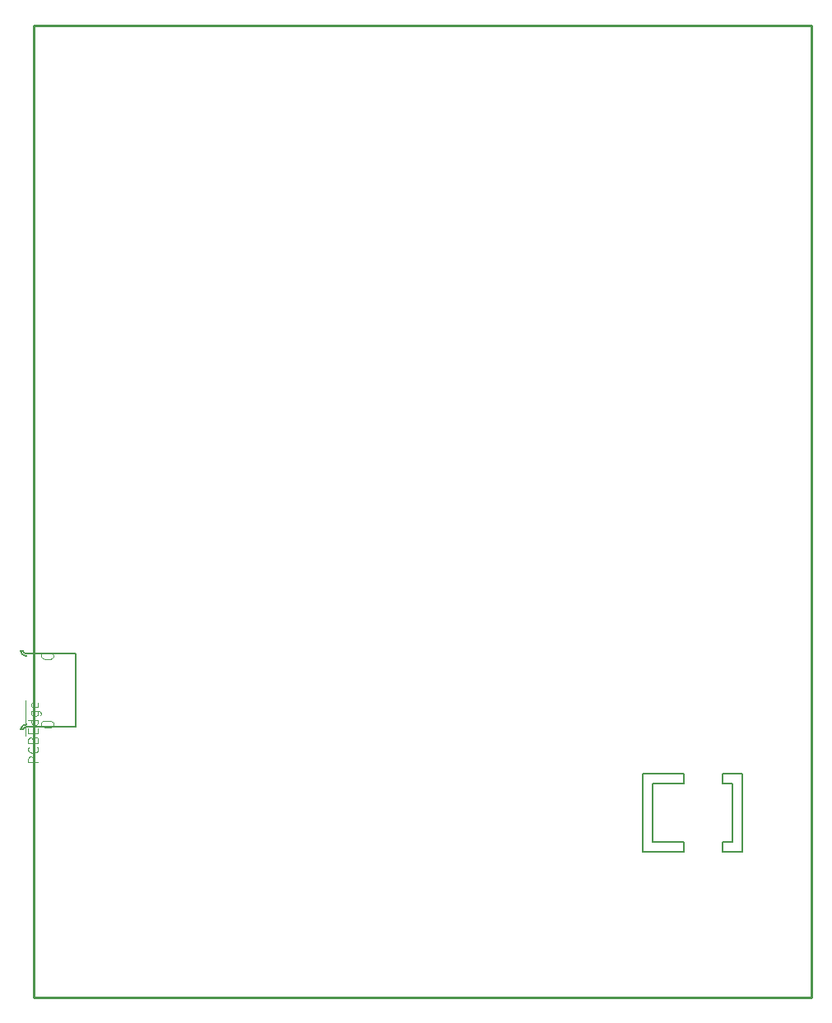
<source format=gbr>
G04 #@! TF.GenerationSoftware,KiCad,Pcbnew,5.1.5+dfsg1-2build2*
G04 #@! TF.CreationDate,2021-09-29T14:40:33+01:00*
G04 #@! TF.ProjectId,OSM_env01,4f534d5f-656e-4763-9031-2e6b69636164,B*
G04 #@! TF.SameCoordinates,Original*
G04 #@! TF.FileFunction,Other,ECO2*
%FSLAX46Y46*%
G04 Gerber Fmt 4.6, Leading zero omitted, Abs format (unit mm)*
G04 Created by KiCad (PCBNEW 5.1.5+dfsg1-2build2) date 2021-09-29 14:40:33*
%MOMM*%
%LPD*%
G04 APERTURE LIST*
%ADD10C,0.150000*%
%ADD11C,0.254000*%
%ADD12C,0.100000*%
%ADD13C,0.127000*%
%ADD14C,0.050000*%
G04 APERTURE END LIST*
D10*
X155600000Y-113200000D02*
X155600000Y-105200000D01*
X153600000Y-105200000D02*
X155600000Y-105200000D01*
X153600000Y-113200000D02*
X153600000Y-112200000D01*
X153600000Y-113200000D02*
X155600000Y-113200000D01*
X145400000Y-113200000D02*
X145400000Y-105200000D01*
X153600000Y-106200000D02*
X153600000Y-105200000D01*
X149600000Y-106200000D02*
X149600000Y-105200000D01*
X149600000Y-113200000D02*
X145400000Y-113200000D01*
X149600000Y-112200000D02*
X149600000Y-113200000D01*
X147400000Y-112200000D02*
X149600000Y-112200000D01*
X147400000Y-106200000D02*
X149600000Y-106200000D01*
X146400000Y-106200000D02*
X147400000Y-106200000D01*
X146400000Y-112200000D02*
X146400000Y-106200000D01*
X147400000Y-112200000D02*
X146400000Y-112200000D01*
X149600000Y-105200000D02*
X145400000Y-105200000D01*
X153600000Y-112200000D02*
X154600000Y-112200000D01*
X153600000Y-106200000D02*
X154600000Y-106200000D01*
X154600000Y-112200000D02*
X154600000Y-106200000D01*
D11*
X162700000Y-128200000D02*
X162700000Y-28200000D01*
X82700000Y-128200000D02*
X82700000Y-28200000D01*
X82700000Y-28200000D02*
X162700000Y-28200000D01*
X82700000Y-128200000D02*
X162700000Y-128200000D01*
D12*
X84500000Y-92800000D02*
G75*
G02X84500000Y-93400000I0J-300000D01*
G01*
X83800000Y-92800000D02*
X84500000Y-92800000D01*
X84500000Y-93400000D02*
X83800000Y-93400000D01*
X83800000Y-93400000D02*
G75*
G02X83800000Y-92800000I0J300000D01*
G01*
X84500000Y-99800000D02*
G75*
G02X84500000Y-100400000I0J-300000D01*
G01*
X83800000Y-99800000D02*
X84500000Y-99800000D01*
X84500000Y-100400000D02*
X83800000Y-100400000D01*
X83800000Y-100400000D02*
G75*
G02X83800000Y-99800000I0J300000D01*
G01*
D13*
X82000000Y-100350000D02*
X87000000Y-100350000D01*
X87000000Y-100350000D02*
X87000000Y-92850000D01*
X87000000Y-92850000D02*
X82000000Y-92850000D01*
X82700000Y-91900000D02*
X82700000Y-101450000D01*
X81999973Y-92850002D02*
G75*
G02X81600000Y-92550000I-28943J378042D01*
G01*
X81600000Y-92550000D02*
X81350000Y-92550000D01*
X81349998Y-92550002D02*
G75*
G03X82000000Y-93100000I652732J112322D01*
G01*
X81999973Y-100349998D02*
G75*
G03X81600000Y-100650000I-28943J-378042D01*
G01*
X81600000Y-100650000D02*
X81350000Y-100650000D01*
X81349998Y-100649998D02*
G75*
G02X82000000Y-100100000I652732J-112322D01*
G01*
D14*
X83149820Y-104005299D02*
X82149820Y-104005299D01*
X82149820Y-103624346D01*
X82197440Y-103529108D01*
X82245059Y-103481489D01*
X82340297Y-103433870D01*
X82483154Y-103433870D01*
X82578392Y-103481489D01*
X82626011Y-103529108D01*
X82673630Y-103624346D01*
X82673630Y-104005299D01*
X83054582Y-102433870D02*
X83102201Y-102481489D01*
X83149820Y-102624346D01*
X83149820Y-102719584D01*
X83102201Y-102862441D01*
X83006963Y-102957680D01*
X82911725Y-103005299D01*
X82721249Y-103052918D01*
X82578392Y-103052918D01*
X82387916Y-103005299D01*
X82292678Y-102957680D01*
X82197440Y-102862441D01*
X82149820Y-102719584D01*
X82149820Y-102624346D01*
X82197440Y-102481489D01*
X82245059Y-102433870D01*
X82626011Y-101671965D02*
X82673630Y-101529108D01*
X82721249Y-101481489D01*
X82816487Y-101433870D01*
X82959344Y-101433870D01*
X83054582Y-101481489D01*
X83102201Y-101529108D01*
X83149820Y-101624346D01*
X83149820Y-102005299D01*
X82149820Y-102005299D01*
X82149820Y-101671965D01*
X82197440Y-101576727D01*
X82245059Y-101529108D01*
X82340297Y-101481489D01*
X82435535Y-101481489D01*
X82530773Y-101529108D01*
X82578392Y-101576727D01*
X82626011Y-101671965D01*
X82626011Y-102005299D01*
X81912440Y-101243394D02*
X81912440Y-100338632D01*
X82626011Y-101005299D02*
X82626011Y-100671965D01*
X83149820Y-100529108D02*
X83149820Y-101005299D01*
X82149820Y-101005299D01*
X82149820Y-100529108D01*
X81912440Y-100338632D02*
X81912440Y-99433870D01*
X83149820Y-99671965D02*
X82149820Y-99671965D01*
X83102201Y-99671965D02*
X83149820Y-99767203D01*
X83149820Y-99957680D01*
X83102201Y-100052918D01*
X83054582Y-100100537D01*
X82959344Y-100148156D01*
X82673630Y-100148156D01*
X82578392Y-100100537D01*
X82530773Y-100052918D01*
X82483154Y-99957680D01*
X82483154Y-99767203D01*
X82530773Y-99671965D01*
X81912440Y-99433870D02*
X81912440Y-98529108D01*
X82483154Y-98767203D02*
X83292678Y-98767203D01*
X83387916Y-98814822D01*
X83435535Y-98862441D01*
X83483154Y-98957680D01*
X83483154Y-99100537D01*
X83435535Y-99195775D01*
X83102201Y-98767203D02*
X83149820Y-98862441D01*
X83149820Y-99052918D01*
X83102201Y-99148156D01*
X83054582Y-99195775D01*
X82959344Y-99243394D01*
X82673630Y-99243394D01*
X82578392Y-99195775D01*
X82530773Y-99148156D01*
X82483154Y-99052918D01*
X82483154Y-98862441D01*
X82530773Y-98767203D01*
X81912440Y-98529108D02*
X81912440Y-97671965D01*
X83102201Y-97910060D02*
X83149820Y-98005299D01*
X83149820Y-98195775D01*
X83102201Y-98291013D01*
X83006963Y-98338632D01*
X82626011Y-98338632D01*
X82530773Y-98291013D01*
X82483154Y-98195775D01*
X82483154Y-98005299D01*
X82530773Y-97910060D01*
X82626011Y-97862441D01*
X82721249Y-97862441D01*
X82816487Y-98338632D01*
M02*

</source>
